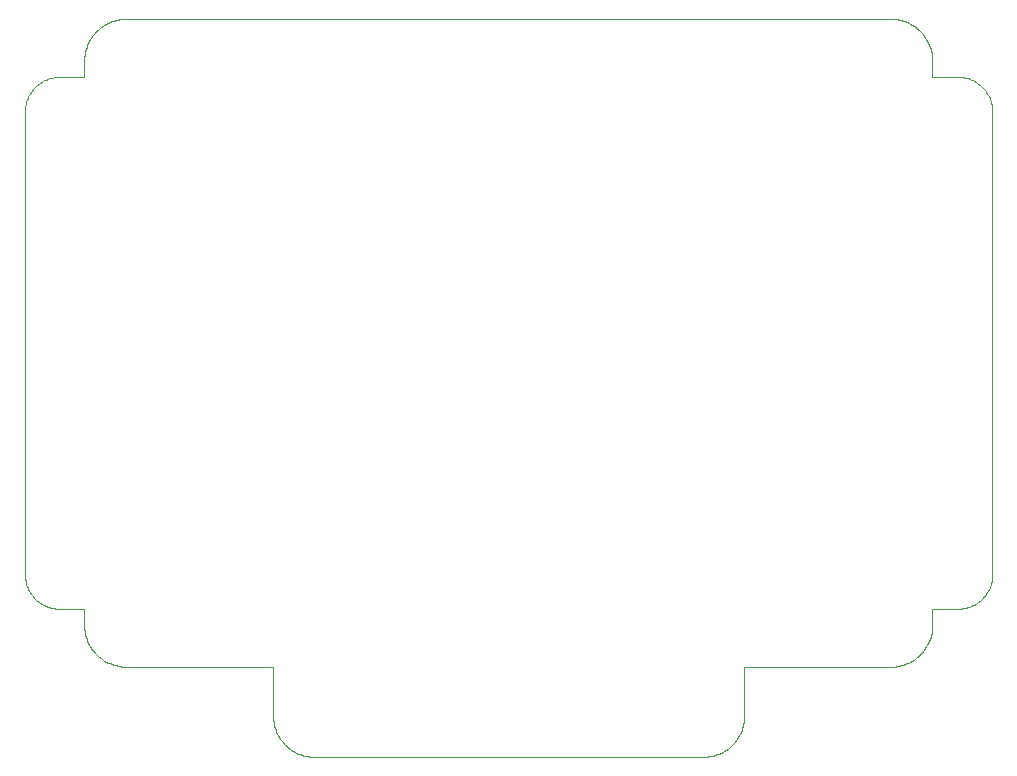
<source format=gbr>
G04 #@! TF.GenerationSoftware,KiCad,Pcbnew,(5.1.12)-1*
G04 #@! TF.CreationDate,2022-01-04T12:12:18+00:00*
G04 #@! TF.ProjectId,Lapse_O_Matic_PCB,4c617073-655f-44f5-9f4d-617469635f50,rev?*
G04 #@! TF.SameCoordinates,Original*
G04 #@! TF.FileFunction,Profile,NP*
%FSLAX46Y46*%
G04 Gerber Fmt 4.6, Leading zero omitted, Abs format (unit mm)*
G04 Created by KiCad (PCBNEW (5.1.12)-1) date 2022-01-04 12:12:18*
%MOMM*%
%LPD*%
G01*
G04 APERTURE LIST*
G04 #@! TA.AperFunction,Profile*
%ADD10C,0.100000*%
G04 #@! TD*
G04 APERTURE END LIST*
D10*
X93473484Y-65388893D02*
X93288726Y-65393550D01*
X93288726Y-65393550D02*
X93106455Y-65407308D01*
X93106455Y-65407308D02*
X92926909Y-65429983D01*
X92926909Y-65429983D02*
X92750273Y-65461362D01*
X92750273Y-65461362D02*
X92576786Y-65501208D01*
X92576786Y-65501208D02*
X92406686Y-65549310D01*
X92406686Y-65549310D02*
X92240184Y-65605401D01*
X92240184Y-65605401D02*
X92077492Y-65669325D01*
X92077492Y-65669325D02*
X91918848Y-65740815D01*
X91918848Y-65740815D02*
X91764463Y-65819687D01*
X91764463Y-65819687D02*
X91614551Y-65905677D01*
X91614551Y-65905677D02*
X91469348Y-65998598D01*
X91469348Y-65998598D02*
X91329066Y-66098214D01*
X91329066Y-66098214D02*
X91193917Y-66204285D01*
X91193917Y-66204285D02*
X91064139Y-66316627D01*
X91064139Y-66316627D02*
X90939970Y-66435001D01*
X90939970Y-66435001D02*
X90821595Y-66559197D01*
X90821595Y-66559197D02*
X90709254Y-66688948D01*
X90709254Y-66688948D02*
X90603182Y-66824097D01*
X90603182Y-66824097D02*
X90503567Y-66964379D01*
X90503567Y-66964379D02*
X90410645Y-67109582D01*
X90410645Y-67109582D02*
X90324656Y-67259495D01*
X90324656Y-67259495D02*
X90245783Y-67413879D01*
X90245783Y-67413879D02*
X90174293Y-67572523D01*
X90174293Y-67572523D02*
X90110370Y-67735215D01*
X90110370Y-67735215D02*
X90054252Y-67901744D01*
X90054252Y-67901744D02*
X90006177Y-68071844D01*
X90006177Y-68071844D02*
X89966331Y-68245305D01*
X89966331Y-68245305D02*
X89934951Y-68421940D01*
X89934951Y-68421940D02*
X89912277Y-68601486D01*
X89912277Y-68601486D02*
X89898492Y-68783757D01*
X89898492Y-68783757D02*
X89893862Y-68968516D01*
X89893862Y-68968516D02*
X89893862Y-70290928D01*
X89893862Y-70290928D02*
X87812863Y-70290928D01*
X87812863Y-70290928D02*
X87661125Y-70294738D01*
X87661125Y-70294738D02*
X87511424Y-70306036D01*
X87511424Y-70306036D02*
X87363972Y-70324662D01*
X87363972Y-70324662D02*
X87218901Y-70350433D01*
X87218901Y-70350433D02*
X87076450Y-70383162D01*
X87076450Y-70383162D02*
X86936750Y-70422664D01*
X86936750Y-70422664D02*
X86799987Y-70468728D01*
X86799987Y-70468728D02*
X86666372Y-70521221D01*
X86666372Y-70521221D02*
X86536092Y-70579959D01*
X86536092Y-70579959D02*
X86409277Y-70644728D01*
X86409277Y-70644728D02*
X86286167Y-70715346D01*
X86286167Y-70715346D02*
X86166919Y-70791651D01*
X86166919Y-70791651D02*
X86051693Y-70873460D01*
X86051693Y-70873460D02*
X85940701Y-70960588D01*
X85940701Y-70960588D02*
X85834127Y-71052848D01*
X85834127Y-71052848D02*
X85732156Y-71150029D01*
X85732156Y-71150029D02*
X85634922Y-71252158D01*
X85634922Y-71252158D02*
X85542662Y-71358520D01*
X85542662Y-71358520D02*
X85455535Y-71469645D01*
X85455535Y-71469645D02*
X85373726Y-71584739D01*
X85373726Y-71584739D02*
X85297420Y-71704066D01*
X85297420Y-71704066D02*
X85226776Y-71827097D01*
X85226776Y-71827097D02*
X85162033Y-71954097D01*
X85162033Y-71954097D02*
X85103295Y-72084272D01*
X85103295Y-72084272D02*
X85050802Y-72217886D01*
X85050802Y-72217886D02*
X85004712Y-72354675D01*
X85004712Y-72354675D02*
X84965236Y-72494375D01*
X84965236Y-72494375D02*
X84932507Y-72636721D01*
X84932507Y-72636721D02*
X84906737Y-72781977D01*
X84906737Y-72781977D02*
X84888110Y-72929350D01*
X84888110Y-72929350D02*
X84876812Y-73079104D01*
X84876812Y-73079104D02*
X84872976Y-73230710D01*
X84872976Y-73230710D02*
X84872976Y-112398254D01*
X84872976Y-112398254D02*
X84876812Y-112550125D01*
X84876812Y-112550125D02*
X84888110Y-112699879D01*
X84888110Y-112699879D02*
X84906737Y-112847252D01*
X84906737Y-112847252D02*
X84932507Y-112992243D01*
X84932507Y-112992243D02*
X84965236Y-113134853D01*
X84965236Y-113134853D02*
X85004712Y-113274553D01*
X85004712Y-113274553D02*
X85050802Y-113411342D01*
X85050802Y-113411342D02*
X85103295Y-113544957D01*
X85103295Y-113544957D02*
X85162033Y-113675132D01*
X85162033Y-113675132D02*
X85226776Y-113801867D01*
X85226776Y-113801867D02*
X85297420Y-113925163D01*
X85297420Y-113925163D02*
X85373726Y-114044225D01*
X85373726Y-114044225D02*
X85455535Y-114159583D01*
X85455535Y-114159583D02*
X85542662Y-114270443D01*
X85542662Y-114270443D02*
X85634922Y-114377070D01*
X85634922Y-114377070D02*
X85732156Y-114479199D01*
X85732156Y-114479199D02*
X85834127Y-114576301D01*
X85834127Y-114576301D02*
X85940701Y-114668641D01*
X85940701Y-114668641D02*
X86051693Y-114755689D01*
X86051693Y-114755689D02*
X86166919Y-114837445D01*
X86166919Y-114837445D02*
X86286167Y-114913909D01*
X86286167Y-114913909D02*
X86409277Y-114984553D01*
X86409277Y-114984553D02*
X86536092Y-115049111D01*
X86536092Y-115049111D02*
X86666372Y-115107849D01*
X86666372Y-115107849D02*
X86799987Y-115160501D01*
X86799987Y-115160501D02*
X86936750Y-115206538D01*
X86936750Y-115206538D02*
X87076450Y-115245961D01*
X87076450Y-115245961D02*
X87218901Y-115278769D01*
X87218901Y-115278769D02*
X87363972Y-115304434D01*
X87363972Y-115304434D02*
X87511424Y-115323219D01*
X87511424Y-115323219D02*
X87661125Y-115334332D01*
X87661125Y-115334332D02*
X87812863Y-115338300D01*
X87812863Y-115338300D02*
X89893862Y-115338300D01*
X89893862Y-115338300D02*
X89893862Y-116660686D01*
X89893862Y-116660686D02*
X89898492Y-116845365D01*
X89898492Y-116845365D02*
X89912277Y-117027663D01*
X89912277Y-117027663D02*
X89934951Y-117207315D01*
X89934951Y-117207315D02*
X89966331Y-117383792D01*
X89966331Y-117383792D02*
X90006177Y-117557358D01*
X90006177Y-117557358D02*
X90054252Y-117727485D01*
X90054252Y-117727485D02*
X90110370Y-117893908D01*
X90110370Y-117893908D02*
X90174293Y-118056626D01*
X90174293Y-118056626D02*
X90245783Y-118215376D01*
X90245783Y-118215376D02*
X90324656Y-118369628D01*
X90324656Y-118369628D02*
X90410645Y-118519646D01*
X90410645Y-118519646D02*
X90503567Y-118664903D01*
X90503567Y-118664903D02*
X90603182Y-118805132D01*
X90603182Y-118805132D02*
X90709254Y-118940333D01*
X90709254Y-118940333D02*
X90821595Y-119069979D01*
X90821595Y-119069979D02*
X90939970Y-119194069D01*
X90939970Y-119194069D02*
X91064139Y-119312602D01*
X91064139Y-119312602D02*
X91193917Y-119424785D01*
X91193917Y-119424785D02*
X91329066Y-119530883D01*
X91329066Y-119530883D02*
X91469348Y-119630630D01*
X91469348Y-119630630D02*
X91614551Y-119723499D01*
X91614551Y-119723499D02*
X91764463Y-119809489D01*
X91764463Y-119809489D02*
X91918848Y-119888334D01*
X91918848Y-119888334D02*
X92077492Y-119959772D01*
X92077492Y-119959772D02*
X92240184Y-120023801D01*
X92240184Y-120023801D02*
X92406686Y-120079892D01*
X92406686Y-120079892D02*
X92576786Y-120128047D01*
X92576786Y-120128047D02*
X92750273Y-120167734D01*
X92750273Y-120167734D02*
X92926909Y-120199219D01*
X92926909Y-120199219D02*
X93106455Y-120221973D01*
X93106455Y-120221973D02*
X93288726Y-120235732D01*
X93288726Y-120235732D02*
X93473484Y-120240230D01*
X93473484Y-120240230D02*
X105902774Y-120240230D01*
X105902774Y-120240230D02*
X105902774Y-124397093D01*
X105902774Y-124397093D02*
X105907271Y-124576481D01*
X105907271Y-124576481D02*
X105920236Y-124753222D01*
X105920236Y-124753222D02*
X105942461Y-124927318D01*
X105942461Y-124927318D02*
X105972888Y-125098767D01*
X105972888Y-125098767D02*
X106011782Y-125267307D01*
X106011782Y-125267307D02*
X106058348Y-125432142D01*
X106058348Y-125432142D02*
X106113117Y-125593802D01*
X106113117Y-125593802D02*
X106175029Y-125752023D01*
X106175029Y-125752023D02*
X106244350Y-125906010D01*
X106244350Y-125906010D02*
X106320815Y-126056029D01*
X106320815Y-126056029D02*
X106404423Y-126201020D01*
X106404423Y-126201020D02*
X106494381Y-126342307D01*
X106494381Y-126342307D02*
X106590954Y-126478039D01*
X106590954Y-126478039D02*
X106693877Y-126609272D01*
X106693877Y-126609272D02*
X106803414Y-126735478D01*
X106803414Y-126735478D02*
X106918243Y-126855863D01*
X106918243Y-126855863D02*
X107039158Y-126971221D01*
X107039158Y-126971221D02*
X107164570Y-127079700D01*
X107164570Y-127079700D02*
X107295803Y-127182888D01*
X107295803Y-127182888D02*
X107431799Y-127279725D01*
X107431799Y-127279725D02*
X107572821Y-127369419D01*
X107572821Y-127369419D02*
X107718607Y-127453291D01*
X107718607Y-127453291D02*
X107868361Y-127529756D01*
X107868361Y-127529756D02*
X108022348Y-127599077D01*
X108022348Y-127599077D02*
X108180039Y-127660989D01*
X108180039Y-127660989D02*
X108341700Y-127715758D01*
X108341700Y-127715758D02*
X108507064Y-127762324D01*
X108507064Y-127762324D02*
X108675074Y-127800954D01*
X108675074Y-127800954D02*
X108846789Y-127831645D01*
X108846789Y-127831645D02*
X109021413Y-127853341D01*
X109021413Y-127853341D02*
X109198155Y-127866570D01*
X109198155Y-127866570D02*
X109377277Y-127871333D01*
X109377277Y-127871333D02*
X142291667Y-127871333D01*
X142291667Y-127871333D02*
X142471055Y-127866570D01*
X142471055Y-127866570D02*
X142647796Y-127853341D01*
X142647796Y-127853341D02*
X142821892Y-127831645D01*
X142821892Y-127831645D02*
X142993341Y-127800954D01*
X142993341Y-127800954D02*
X143161881Y-127762324D01*
X143161881Y-127762324D02*
X143326716Y-127715758D01*
X143326716Y-127715758D02*
X143488376Y-127660989D01*
X143488376Y-127660989D02*
X143646597Y-127599077D01*
X143646597Y-127599077D02*
X143800584Y-127529756D01*
X143800584Y-127529756D02*
X143950338Y-127453291D01*
X143950338Y-127453291D02*
X144095594Y-127369419D01*
X144095594Y-127369419D02*
X144236617Y-127279725D01*
X144236617Y-127279725D02*
X144372613Y-127182888D01*
X144372613Y-127182888D02*
X144503846Y-127079700D01*
X144503846Y-127079700D02*
X144630052Y-126971221D01*
X144630052Y-126971221D02*
X144750437Y-126855863D01*
X144750437Y-126855863D02*
X144865531Y-126735478D01*
X144865531Y-126735478D02*
X144974539Y-126609272D01*
X144974539Y-126609272D02*
X145077462Y-126478039D01*
X145077462Y-126478039D02*
X145174034Y-126342307D01*
X145174034Y-126342307D02*
X145263993Y-126201020D01*
X145263993Y-126201020D02*
X145347866Y-126056029D01*
X145347866Y-126056029D02*
X145424330Y-125906010D01*
X145424330Y-125906010D02*
X145493386Y-125752023D01*
X145493386Y-125752023D02*
X145555563Y-125593802D01*
X145555563Y-125593802D02*
X145609803Y-125432142D01*
X145609803Y-125432142D02*
X145656898Y-125267307D01*
X145656898Y-125267307D02*
X145695528Y-125098767D01*
X145695528Y-125098767D02*
X145725955Y-124927318D01*
X145725955Y-124927318D02*
X145747650Y-124753222D01*
X145747650Y-124753222D02*
X145761144Y-124576481D01*
X145761144Y-124576481D02*
X145765907Y-124397093D01*
X145765907Y-124397093D02*
X145765907Y-120240230D01*
X145765907Y-120240230D02*
X158141776Y-120240230D01*
X158141776Y-120240230D02*
X158326455Y-120235732D01*
X158326455Y-120235732D02*
X158508753Y-120221973D01*
X158508753Y-120221973D02*
X158688405Y-120199219D01*
X158688405Y-120199219D02*
X158865146Y-120167734D01*
X158865146Y-120167734D02*
X159038448Y-120128047D01*
X159038448Y-120128047D02*
X159208575Y-120079892D01*
X159208575Y-120079892D02*
X159374998Y-120023801D01*
X159374998Y-120023801D02*
X159537716Y-119959772D01*
X159537716Y-119959772D02*
X159696466Y-119888334D01*
X159696466Y-119888334D02*
X159850718Y-119809489D01*
X159850718Y-119809489D02*
X160000737Y-119723499D01*
X160000737Y-119723499D02*
X160145993Y-119630630D01*
X160145993Y-119630630D02*
X160286222Y-119530883D01*
X160286222Y-119530883D02*
X160421424Y-119424785D01*
X160421424Y-119424785D02*
X160551069Y-119312602D01*
X160551069Y-119312602D02*
X160675423Y-119194069D01*
X160675423Y-119194069D02*
X160793692Y-119069979D01*
X160793692Y-119069979D02*
X160906140Y-118940333D01*
X160906140Y-118940333D02*
X161012237Y-118805132D01*
X161012237Y-118805132D02*
X161111721Y-118664903D01*
X161111721Y-118664903D02*
X161204589Y-118519646D01*
X161204589Y-118519646D02*
X161290579Y-118369628D01*
X161290579Y-118369628D02*
X161369424Y-118215376D01*
X161369424Y-118215376D02*
X161441126Y-118056626D01*
X161441126Y-118056626D02*
X161504891Y-117893908D01*
X161504891Y-117893908D02*
X161560983Y-117727485D01*
X161560983Y-117727485D02*
X161609137Y-117557358D01*
X161609137Y-117557358D02*
X161649089Y-117383792D01*
X161649089Y-117383792D02*
X161680310Y-117207315D01*
X161680310Y-117207315D02*
X161703064Y-117027663D01*
X161703064Y-117027663D02*
X161716822Y-116845365D01*
X161716822Y-116845365D02*
X161721320Y-116660686D01*
X161721320Y-116660686D02*
X161721320Y-115338300D01*
X161721320Y-115338300D02*
X163855711Y-115338300D01*
X163855711Y-115338300D02*
X164007317Y-115334332D01*
X164007317Y-115334332D02*
X164157071Y-115323219D01*
X164157071Y-115323219D02*
X164304444Y-115304434D01*
X164304444Y-115304434D02*
X164449700Y-115278769D01*
X164449700Y-115278769D02*
X164592045Y-115245961D01*
X164592045Y-115245961D02*
X164731745Y-115206538D01*
X164731745Y-115206538D02*
X164868535Y-115160501D01*
X164868535Y-115160501D02*
X165002149Y-115107849D01*
X165002149Y-115107849D02*
X165132324Y-115049111D01*
X165132324Y-115049111D02*
X165259324Y-114984553D01*
X165259324Y-114984553D02*
X165382355Y-114913909D01*
X165382355Y-114913909D02*
X165501682Y-114837445D01*
X165501682Y-114837445D02*
X165616775Y-114755689D01*
X165616775Y-114755689D02*
X165727900Y-114668641D01*
X165727900Y-114668641D02*
X165834263Y-114576301D01*
X165834263Y-114576301D02*
X165936392Y-114479199D01*
X165936392Y-114479199D02*
X166033494Y-114377070D01*
X166033494Y-114377070D02*
X166125833Y-114270443D01*
X166125833Y-114270443D02*
X166212881Y-114159583D01*
X166212881Y-114159583D02*
X166294902Y-114044225D01*
X166294902Y-114044225D02*
X166371102Y-113925163D01*
X166371102Y-113925163D02*
X166441745Y-113801867D01*
X166441745Y-113801867D02*
X166506568Y-113675132D01*
X166506568Y-113675132D02*
X166565305Y-113544957D01*
X166565305Y-113544957D02*
X166617693Y-113411342D01*
X166617693Y-113411342D02*
X166663730Y-113274553D01*
X166663730Y-113274553D02*
X166703418Y-113134853D01*
X166703418Y-113134853D02*
X166735961Y-112992243D01*
X166735961Y-112992243D02*
X166761891Y-112847252D01*
X166761891Y-112847252D02*
X166780411Y-112699879D01*
X166780411Y-112699879D02*
X166791788Y-112550125D01*
X166791788Y-112550125D02*
X166795493Y-112398254D01*
X166795493Y-112398254D02*
X166795493Y-73230710D01*
X166795493Y-73230710D02*
X166791788Y-73079104D01*
X166791788Y-73079104D02*
X166780411Y-72929350D01*
X166780411Y-72929350D02*
X166761891Y-72781977D01*
X166761891Y-72781977D02*
X166735961Y-72636721D01*
X166735961Y-72636721D02*
X166703418Y-72494375D01*
X166703418Y-72494375D02*
X166663730Y-72354675D01*
X166663730Y-72354675D02*
X166617693Y-72217886D01*
X166617693Y-72217886D02*
X166565305Y-72084272D01*
X166565305Y-72084272D02*
X166506568Y-71954097D01*
X166506568Y-71954097D02*
X166441745Y-71827097D01*
X166441745Y-71827097D02*
X166371102Y-71704066D01*
X166371102Y-71704066D02*
X166294902Y-71584739D01*
X166294902Y-71584739D02*
X166212881Y-71469645D01*
X166212881Y-71469645D02*
X166125833Y-71358520D01*
X166125833Y-71358520D02*
X166033494Y-71252158D01*
X166033494Y-71252158D02*
X165936392Y-71150029D01*
X165936392Y-71150029D02*
X165834263Y-71052848D01*
X165834263Y-71052848D02*
X165727900Y-70960588D01*
X165727900Y-70960588D02*
X165616775Y-70873460D01*
X165616775Y-70873460D02*
X165501682Y-70791651D01*
X165501682Y-70791651D02*
X165382355Y-70715346D01*
X165382355Y-70715346D02*
X165259324Y-70644728D01*
X165259324Y-70644728D02*
X165132324Y-70579959D01*
X165132324Y-70579959D02*
X165002149Y-70521221D01*
X165002149Y-70521221D02*
X164868535Y-70468728D01*
X164868535Y-70468728D02*
X164731745Y-70422664D01*
X164731745Y-70422664D02*
X164592045Y-70383162D01*
X164592045Y-70383162D02*
X164449700Y-70350433D01*
X164449700Y-70350433D02*
X164304444Y-70324662D01*
X164304444Y-70324662D02*
X164157071Y-70306036D01*
X164157071Y-70306036D02*
X164007317Y-70294738D01*
X164007317Y-70294738D02*
X163855711Y-70290928D01*
X163855711Y-70290928D02*
X161721320Y-70290928D01*
X161721320Y-70290928D02*
X161721320Y-68968516D01*
X161721320Y-68968516D02*
X161716822Y-68783757D01*
X161716822Y-68783757D02*
X161703064Y-68601486D01*
X161703064Y-68601486D02*
X161680310Y-68421940D01*
X161680310Y-68421940D02*
X161649089Y-68245305D01*
X161649089Y-68245305D02*
X161609137Y-68071844D01*
X161609137Y-68071844D02*
X161560983Y-67901744D01*
X161560983Y-67901744D02*
X161504891Y-67735215D01*
X161504891Y-67735215D02*
X161441126Y-67572523D01*
X161441126Y-67572523D02*
X161369424Y-67413879D01*
X161369424Y-67413879D02*
X161290579Y-67259495D01*
X161290579Y-67259495D02*
X161204589Y-67109582D01*
X161204589Y-67109582D02*
X161111721Y-66964379D01*
X161111721Y-66964379D02*
X161012237Y-66824097D01*
X161012237Y-66824097D02*
X160906140Y-66688948D01*
X160906140Y-66688948D02*
X160793692Y-66559197D01*
X160793692Y-66559197D02*
X160675423Y-66435001D01*
X160675423Y-66435001D02*
X160551069Y-66316627D01*
X160551069Y-66316627D02*
X160421424Y-66204285D01*
X160421424Y-66204285D02*
X160286222Y-66098214D01*
X160286222Y-66098214D02*
X160145993Y-65998598D01*
X160145993Y-65998598D02*
X160000737Y-65905677D01*
X160000737Y-65905677D02*
X159850718Y-65819687D01*
X159850718Y-65819687D02*
X159696466Y-65740815D01*
X159696466Y-65740815D02*
X159537716Y-65669325D01*
X159537716Y-65669325D02*
X159374998Y-65605401D01*
X159374998Y-65605401D02*
X159208575Y-65549310D01*
X159208575Y-65549310D02*
X159038448Y-65501208D01*
X159038448Y-65501208D02*
X158865146Y-65461362D01*
X158865146Y-65461362D02*
X158688405Y-65429983D01*
X158688405Y-65429983D02*
X158508753Y-65407308D01*
X158508753Y-65407308D02*
X158326455Y-65393550D01*
X158326455Y-65393550D02*
X158141776Y-65388893D01*
X158141776Y-65388893D02*
X93473484Y-65388893D01*
X93473484Y-65388893D02*
X93473484Y-65388893D01*
X93473484Y-65388893D02*
X93473484Y-65388893D01*
M02*

</source>
